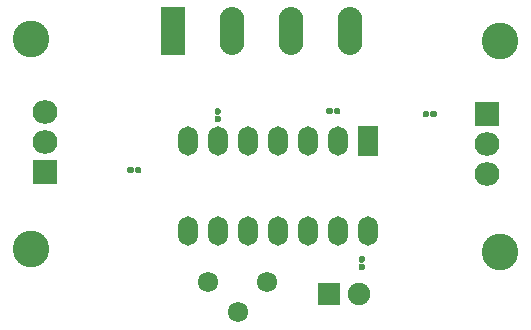
<source format=gbr>
%TF.GenerationSoftware,KiCad,Pcbnew,(5.1.6)-1*%
%TF.CreationDate,2021-10-24T20:30:52+03:00*%
%TF.ProjectId,INTERVER_OSCILLATER,494e5445-5256-4455-925f-4f5343494c4c,0*%
%TF.SameCoordinates,Original*%
%TF.FileFunction,Soldermask,Top*%
%TF.FilePolarity,Negative*%
%FSLAX46Y46*%
G04 Gerber Fmt 4.6, Leading zero omitted, Abs format (unit mm)*
G04 Created by KiCad (PCBNEW (5.1.6)-1) date 2021-10-24 20:30:52*
%MOMM*%
%LPD*%
G01*
G04 APERTURE LIST*
%ADD10C,3.100000*%
%ADD11R,2.080000X4.060000*%
%ADD12O,2.080000X4.060000*%
%ADD13R,1.700000X2.500000*%
%ADD14O,1.700000X2.500000*%
%ADD15R,1.900000X1.900000*%
%ADD16C,1.900000*%
%ADD17O,2.100000X2.005000*%
%ADD18R,2.100000X2.005000*%
%ADD19C,1.720000*%
G04 APERTURE END LIST*
D10*
%TO.C,HS1*%
X175750000Y-105650000D03*
X175750000Y-87850000D03*
%TD*%
%TO.C,HS2*%
X136000000Y-105400000D03*
X136000000Y-87600000D03*
%TD*%
D11*
%TO.C,J1*%
X148000000Y-87000000D03*
D12*
X153000000Y-87000000D03*
X163000000Y-87000000D03*
X158000000Y-87000000D03*
%TD*%
%TO.C,R2*%
G36*
G01*
X144790000Y-98875000D02*
X144790000Y-98625000D01*
G75*
G02*
X144915000Y-98500000I125000J0D01*
G01*
X145225000Y-98500000D01*
G75*
G02*
X145350000Y-98625000I0J-125000D01*
G01*
X145350000Y-98875000D01*
G75*
G02*
X145225000Y-99000000I-125000J0D01*
G01*
X144915000Y-99000000D01*
G75*
G02*
X144790000Y-98875000I0J125000D01*
G01*
G37*
G36*
G01*
X144150000Y-98875000D02*
X144150000Y-98625000D01*
G75*
G02*
X144275000Y-98500000I125000J0D01*
G01*
X144585000Y-98500000D01*
G75*
G02*
X144710000Y-98625000I0J-125000D01*
G01*
X144710000Y-98875000D01*
G75*
G02*
X144585000Y-99000000I-125000J0D01*
G01*
X144275000Y-99000000D01*
G75*
G02*
X144150000Y-98875000I0J125000D01*
G01*
G37*
%TD*%
D13*
%TO.C,U1*%
X164500000Y-96250000D03*
D14*
X149260000Y-103870000D03*
X161960000Y-96250000D03*
X151800000Y-103870000D03*
X159420000Y-96250000D03*
X154340000Y-103870000D03*
X156880000Y-96250000D03*
X156880000Y-103870000D03*
X154340000Y-96250000D03*
X159420000Y-103870000D03*
X151800000Y-96250000D03*
X161960000Y-103870000D03*
X149260000Y-96250000D03*
X164500000Y-103870000D03*
%TD*%
%TO.C,C1*%
G36*
G01*
X162195000Y-93625000D02*
X162195000Y-93875000D01*
G75*
G02*
X162070000Y-94000000I-125000J0D01*
G01*
X161760000Y-94000000D01*
G75*
G02*
X161635000Y-93875000I0J125000D01*
G01*
X161635000Y-93625000D01*
G75*
G02*
X161760000Y-93500000I125000J0D01*
G01*
X162070000Y-93500000D01*
G75*
G02*
X162195000Y-93625000I0J-125000D01*
G01*
G37*
G36*
G01*
X161555000Y-93625000D02*
X161555000Y-93875000D01*
G75*
G02*
X161430000Y-94000000I-125000J0D01*
G01*
X161120000Y-94000000D01*
G75*
G02*
X160995000Y-93875000I0J125000D01*
G01*
X160995000Y-93625000D01*
G75*
G02*
X161120000Y-93500000I125000J0D01*
G01*
X161430000Y-93500000D01*
G75*
G02*
X161555000Y-93625000I0J-125000D01*
G01*
G37*
%TD*%
D15*
%TO.C,D1*%
X161250000Y-109250000D03*
D16*
X163790000Y-109250000D03*
%TD*%
D17*
%TO.C,Q1*%
X174600000Y-99040000D03*
X174600000Y-96500000D03*
D18*
X174600000Y-93960000D03*
%TD*%
%TO.C,Q2*%
X137200000Y-98900000D03*
D17*
X137200000Y-96360000D03*
X137200000Y-93820000D03*
%TD*%
%TO.C,R1*%
G36*
G01*
X151925000Y-94700000D02*
X151675000Y-94700000D01*
G75*
G02*
X151550000Y-94575000I0J125000D01*
G01*
X151550000Y-94265000D01*
G75*
G02*
X151675000Y-94140000I125000J0D01*
G01*
X151925000Y-94140000D01*
G75*
G02*
X152050000Y-94265000I0J-125000D01*
G01*
X152050000Y-94575000D01*
G75*
G02*
X151925000Y-94700000I-125000J0D01*
G01*
G37*
G36*
G01*
X151925000Y-94060000D02*
X151675000Y-94060000D01*
G75*
G02*
X151550000Y-93935000I0J125000D01*
G01*
X151550000Y-93625000D01*
G75*
G02*
X151675000Y-93500000I125000J0D01*
G01*
X151925000Y-93500000D01*
G75*
G02*
X152050000Y-93625000I0J-125000D01*
G01*
X152050000Y-93935000D01*
G75*
G02*
X151925000Y-94060000I-125000J0D01*
G01*
G37*
%TD*%
%TO.C,R3*%
G36*
G01*
X170350000Y-93875000D02*
X170350000Y-94125000D01*
G75*
G02*
X170225000Y-94250000I-125000J0D01*
G01*
X169915000Y-94250000D01*
G75*
G02*
X169790000Y-94125000I0J125000D01*
G01*
X169790000Y-93875000D01*
G75*
G02*
X169915000Y-93750000I125000J0D01*
G01*
X170225000Y-93750000D01*
G75*
G02*
X170350000Y-93875000I0J-125000D01*
G01*
G37*
G36*
G01*
X169710000Y-93875000D02*
X169710000Y-94125000D01*
G75*
G02*
X169585000Y-94250000I-125000J0D01*
G01*
X169275000Y-94250000D01*
G75*
G02*
X169150000Y-94125000I0J125000D01*
G01*
X169150000Y-93875000D01*
G75*
G02*
X169275000Y-93750000I125000J0D01*
G01*
X169585000Y-93750000D01*
G75*
G02*
X169710000Y-93875000I0J-125000D01*
G01*
G37*
%TD*%
%TO.C,R4*%
G36*
G01*
X164125000Y-106580000D02*
X163875000Y-106580000D01*
G75*
G02*
X163750000Y-106455000I0J125000D01*
G01*
X163750000Y-106145000D01*
G75*
G02*
X163875000Y-106020000I125000J0D01*
G01*
X164125000Y-106020000D01*
G75*
G02*
X164250000Y-106145000I0J-125000D01*
G01*
X164250000Y-106455000D01*
G75*
G02*
X164125000Y-106580000I-125000J0D01*
G01*
G37*
G36*
G01*
X164125000Y-107220000D02*
X163875000Y-107220000D01*
G75*
G02*
X163750000Y-107095000I0J125000D01*
G01*
X163750000Y-106785000D01*
G75*
G02*
X163875000Y-106660000I125000J0D01*
G01*
X164125000Y-106660000D01*
G75*
G02*
X164250000Y-106785000I0J-125000D01*
G01*
X164250000Y-107095000D01*
G75*
G02*
X164125000Y-107220000I-125000J0D01*
G01*
G37*
%TD*%
D19*
%TO.C,RV1*%
X151000000Y-108250000D03*
X153500000Y-110750000D03*
X156000000Y-108250000D03*
%TD*%
M02*

</source>
